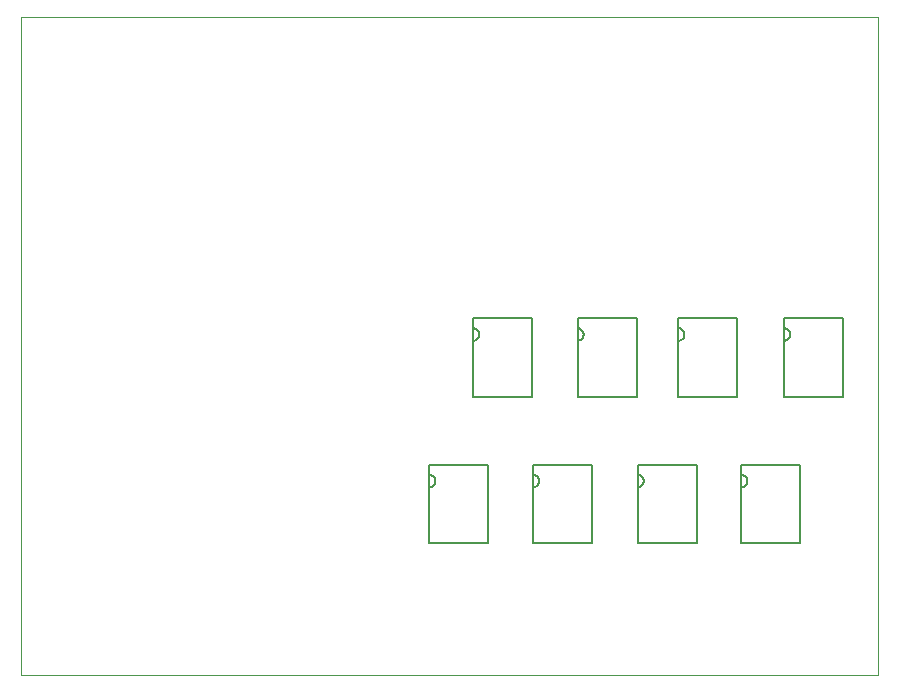
<source format=gbo>
G75*
G70*
%OFA0B0*%
%FSLAX24Y24*%
%IPPOS*%
%LPD*%
%AMOC8*
5,1,8,0,0,1.08239X$1,22.5*
%
%ADD10C,0.0000*%
%ADD11C,0.0060*%
D10*
X000508Y000468D02*
X000508Y022398D01*
X029060Y022398D01*
X029060Y000468D01*
X000508Y000468D01*
D11*
X014104Y004837D02*
X016073Y004837D01*
X016073Y007459D01*
X014104Y007459D01*
X014104Y007130D01*
X014104Y006719D01*
X014104Y004837D01*
X014104Y006718D02*
X014131Y006720D01*
X014157Y006725D01*
X014183Y006734D01*
X014207Y006746D01*
X014229Y006761D01*
X014250Y006778D01*
X014267Y006799D01*
X014282Y006821D01*
X014294Y006845D01*
X014303Y006871D01*
X014308Y006897D01*
X014310Y006924D01*
X014308Y006951D01*
X014303Y006977D01*
X014294Y007003D01*
X014282Y007027D01*
X014267Y007049D01*
X014250Y007070D01*
X014229Y007087D01*
X014207Y007102D01*
X014183Y007114D01*
X014157Y007123D01*
X014131Y007128D01*
X014104Y007130D01*
X015564Y009717D02*
X017533Y009717D01*
X017533Y012339D01*
X015564Y012339D01*
X015564Y012010D01*
X015564Y011599D01*
X015564Y009717D01*
X015564Y011598D02*
X015591Y011600D01*
X015617Y011605D01*
X015643Y011614D01*
X015667Y011626D01*
X015689Y011641D01*
X015710Y011658D01*
X015727Y011679D01*
X015742Y011701D01*
X015754Y011725D01*
X015763Y011751D01*
X015768Y011777D01*
X015770Y011804D01*
X015768Y011831D01*
X015763Y011857D01*
X015754Y011883D01*
X015742Y011907D01*
X015727Y011929D01*
X015710Y011950D01*
X015689Y011967D01*
X015667Y011982D01*
X015643Y011994D01*
X015617Y012003D01*
X015591Y012008D01*
X015564Y012010D01*
X019044Y012010D02*
X019044Y011599D01*
X019044Y009717D01*
X021013Y009717D01*
X021013Y012339D01*
X019044Y012339D01*
X019044Y012010D01*
X019071Y012008D01*
X019097Y012003D01*
X019123Y011994D01*
X019147Y011982D01*
X019169Y011967D01*
X019190Y011950D01*
X019207Y011929D01*
X019222Y011907D01*
X019234Y011883D01*
X019243Y011857D01*
X019248Y011831D01*
X019250Y011804D01*
X019248Y011777D01*
X019243Y011751D01*
X019234Y011725D01*
X019222Y011701D01*
X019207Y011679D01*
X019190Y011658D01*
X019169Y011641D01*
X019147Y011626D01*
X019123Y011614D01*
X019097Y011605D01*
X019071Y011600D01*
X019044Y011598D01*
X022404Y011599D02*
X022404Y009717D01*
X024373Y009717D01*
X024373Y012339D01*
X022404Y012339D01*
X022404Y012010D01*
X022404Y011599D01*
X022404Y011598D02*
X022431Y011600D01*
X022457Y011605D01*
X022483Y011614D01*
X022507Y011626D01*
X022529Y011641D01*
X022550Y011658D01*
X022567Y011679D01*
X022582Y011701D01*
X022594Y011725D01*
X022603Y011751D01*
X022608Y011777D01*
X022610Y011804D01*
X022608Y011831D01*
X022603Y011857D01*
X022594Y011883D01*
X022582Y011907D01*
X022567Y011929D01*
X022550Y011950D01*
X022529Y011967D01*
X022507Y011982D01*
X022483Y011994D01*
X022457Y012003D01*
X022431Y012008D01*
X022404Y012010D01*
X025924Y012010D02*
X025924Y011599D01*
X025924Y009717D01*
X027893Y009717D01*
X027893Y012339D01*
X025924Y012339D01*
X025924Y012010D01*
X025951Y012008D01*
X025977Y012003D01*
X026003Y011994D01*
X026027Y011982D01*
X026049Y011967D01*
X026070Y011950D01*
X026087Y011929D01*
X026102Y011907D01*
X026114Y011883D01*
X026123Y011857D01*
X026128Y011831D01*
X026130Y011804D01*
X026128Y011777D01*
X026123Y011751D01*
X026114Y011725D01*
X026102Y011701D01*
X026087Y011679D01*
X026070Y011658D01*
X026049Y011641D01*
X026027Y011626D01*
X026003Y011614D01*
X025977Y011605D01*
X025951Y011600D01*
X025924Y011598D01*
X026473Y007459D02*
X024504Y007459D01*
X024504Y007130D01*
X024504Y006719D01*
X024504Y004837D01*
X026473Y004837D01*
X026473Y007459D01*
X024504Y007130D02*
X024531Y007128D01*
X024557Y007123D01*
X024583Y007114D01*
X024607Y007102D01*
X024629Y007087D01*
X024650Y007070D01*
X024667Y007049D01*
X024682Y007027D01*
X024694Y007003D01*
X024703Y006977D01*
X024708Y006951D01*
X024710Y006924D01*
X024708Y006897D01*
X024703Y006871D01*
X024694Y006845D01*
X024682Y006821D01*
X024667Y006799D01*
X024650Y006778D01*
X024629Y006761D01*
X024607Y006746D01*
X024583Y006734D01*
X024557Y006725D01*
X024531Y006720D01*
X024504Y006718D01*
X023013Y007459D02*
X021044Y007459D01*
X021044Y007130D01*
X021044Y006719D01*
X021044Y004837D01*
X023013Y004837D01*
X023013Y007459D01*
X021044Y007130D02*
X021071Y007128D01*
X021097Y007123D01*
X021123Y007114D01*
X021147Y007102D01*
X021169Y007087D01*
X021190Y007070D01*
X021207Y007049D01*
X021222Y007027D01*
X021234Y007003D01*
X021243Y006977D01*
X021248Y006951D01*
X021250Y006924D01*
X021248Y006897D01*
X021243Y006871D01*
X021234Y006845D01*
X021222Y006821D01*
X021207Y006799D01*
X021190Y006778D01*
X021169Y006761D01*
X021147Y006746D01*
X021123Y006734D01*
X021097Y006725D01*
X021071Y006720D01*
X021044Y006718D01*
X019533Y007459D02*
X017564Y007459D01*
X017564Y007130D01*
X017564Y006719D01*
X017564Y004837D01*
X019533Y004837D01*
X019533Y007459D01*
X017564Y007130D02*
X017591Y007128D01*
X017617Y007123D01*
X017643Y007114D01*
X017667Y007102D01*
X017689Y007087D01*
X017710Y007070D01*
X017727Y007049D01*
X017742Y007027D01*
X017754Y007003D01*
X017763Y006977D01*
X017768Y006951D01*
X017770Y006924D01*
X017768Y006897D01*
X017763Y006871D01*
X017754Y006845D01*
X017742Y006821D01*
X017727Y006799D01*
X017710Y006778D01*
X017689Y006761D01*
X017667Y006746D01*
X017643Y006734D01*
X017617Y006725D01*
X017591Y006720D01*
X017564Y006718D01*
M02*

</source>
